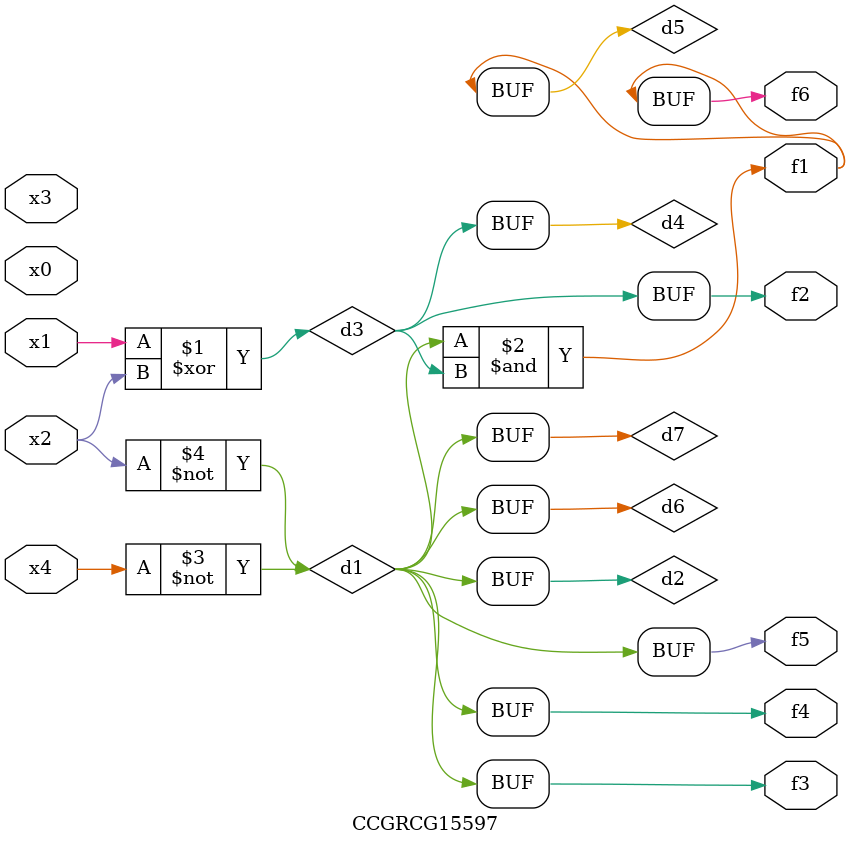
<source format=v>
module CCGRCG15597(
	input x0, x1, x2, x3, x4,
	output f1, f2, f3, f4, f5, f6
);

	wire d1, d2, d3, d4, d5, d6, d7;

	not (d1, x4);
	not (d2, x2);
	xor (d3, x1, x2);
	buf (d4, d3);
	and (d5, d1, d3);
	buf (d6, d1, d2);
	buf (d7, d2);
	assign f1 = d5;
	assign f2 = d4;
	assign f3 = d7;
	assign f4 = d7;
	assign f5 = d7;
	assign f6 = d5;
endmodule

</source>
